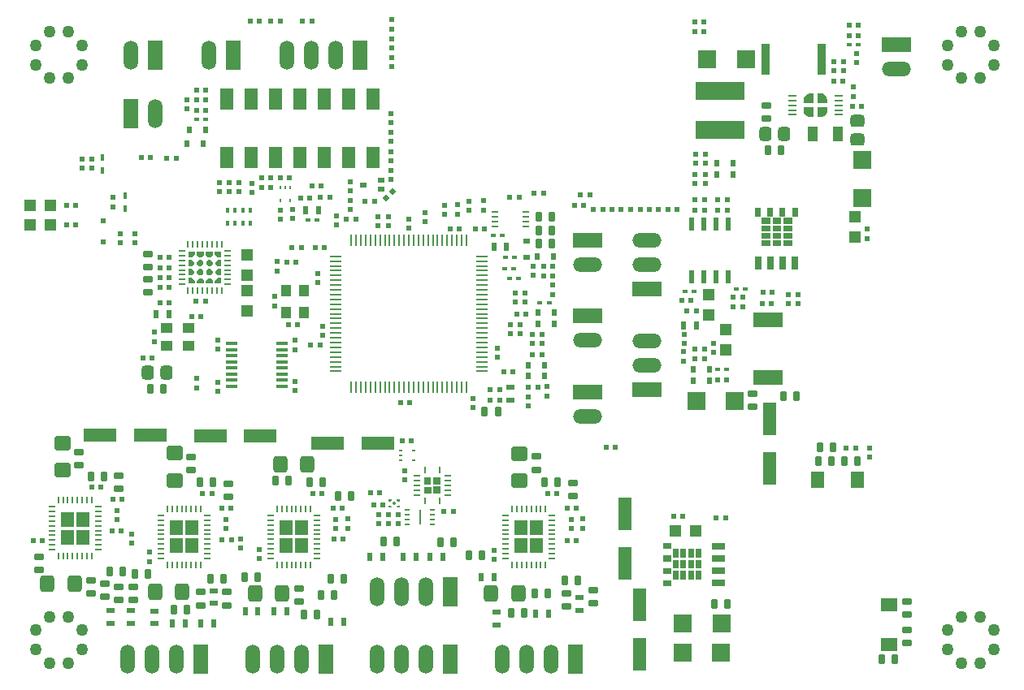
<source format=gtp>
G04*
G04 #@! TF.GenerationSoftware,Altium Limited,Altium Designer,21.0.8 (223)*
G04*
G04 Layer_Color=8421504*
%FSLAX25Y25*%
%MOIN*%
G70*
G04*
G04 #@! TF.SameCoordinates,1F3E44D4-B105-4FFE-95C9-EE80C68A8909*
G04*
G04*
G04 #@! TF.FilePolarity,Positive*
G04*
G01*
G75*
%ADD43O,0.11900X0.05900*%
%ADD44R,0.11900X0.05900*%
%ADD45R,0.05900X0.11900*%
%ADD46O,0.05900X0.11900*%
%ADD47R,0.05276X0.06181*%
%ADD48R,0.01965X0.01769*%
G04:AMPARAMS|DCode=49|XSize=27.13mil|YSize=37.37mil|CornerRadius=4.83mil|HoleSize=0mil|Usage=FLASHONLY|Rotation=0.000|XOffset=0mil|YOffset=0mil|HoleType=Round|Shape=RoundedRectangle|*
%AMROUNDEDRECTD49*
21,1,0.02713,0.02772,0,0,0.0*
21,1,0.01748,0.03737,0,0,0.0*
1,1,0.00965,0.00874,-0.01386*
1,1,0.00965,-0.00874,-0.01386*
1,1,0.00965,-0.00874,0.01386*
1,1,0.00965,0.00874,0.01386*
%
%ADD49ROUNDEDRECTD49*%
%ADD50R,0.02438X0.03265*%
G04:AMPARAMS|DCode=51|XSize=20mil|YSize=22mil|CornerRadius=3.4mil|HoleSize=0mil|Usage=FLASHONLY|Rotation=180.000|XOffset=0mil|YOffset=0mil|HoleType=Round|Shape=RoundedRectangle|*
%AMROUNDEDRECTD51*
21,1,0.02000,0.01520,0,0,180.0*
21,1,0.01320,0.02200,0,0,180.0*
1,1,0.00680,-0.00660,0.00760*
1,1,0.00680,0.00660,0.00760*
1,1,0.00680,0.00660,-0.00760*
1,1,0.00680,-0.00660,-0.00760*
%
%ADD51ROUNDEDRECTD51*%
G04:AMPARAMS|DCode=52|XSize=20mil|YSize=22mil|CornerRadius=3.4mil|HoleSize=0mil|Usage=FLASHONLY|Rotation=270.000|XOffset=0mil|YOffset=0mil|HoleType=Round|Shape=RoundedRectangle|*
%AMROUNDEDRECTD52*
21,1,0.02000,0.01520,0,0,270.0*
21,1,0.01320,0.02200,0,0,270.0*
1,1,0.00680,-0.00760,-0.00660*
1,1,0.00680,-0.00760,0.00660*
1,1,0.00680,0.00760,0.00660*
1,1,0.00680,0.00760,-0.00660*
%
%ADD52ROUNDEDRECTD52*%
%ADD53R,0.02600X0.05400*%
%ADD54R,0.05400X0.02600*%
G04:AMPARAMS|DCode=55|XSize=20mil|YSize=22mil|CornerRadius=3.4mil|HoleSize=0mil|Usage=FLASHONLY|Rotation=225.000|XOffset=0mil|YOffset=0mil|HoleType=Round|Shape=RoundedRectangle|*
%AMROUNDEDRECTD55*
21,1,0.02000,0.01520,0,0,225.0*
21,1,0.01320,0.02200,0,0,225.0*
1,1,0.00680,-0.01004,0.00071*
1,1,0.00680,-0.00071,0.01004*
1,1,0.00680,0.01004,-0.00071*
1,1,0.00680,0.00071,-0.01004*
%
%ADD55ROUNDEDRECTD55*%
%ADD56R,0.05706X0.08973*%
%ADD57R,0.02950X0.00965*%
%ADD58R,0.19879X0.07615*%
%ADD59R,0.07700X0.07700*%
G04:AMPARAMS|DCode=60|XSize=50mil|YSize=58mil|CornerRadius=12mil|HoleSize=0mil|Usage=FLASHONLY|Rotation=270.000|XOffset=0mil|YOffset=0mil|HoleType=Round|Shape=RoundedRectangle|*
%AMROUNDEDRECTD60*
21,1,0.05000,0.03400,0,0,270.0*
21,1,0.02600,0.05800,0,0,270.0*
1,1,0.02400,-0.01700,-0.01300*
1,1,0.02400,-0.01700,0.01300*
1,1,0.02400,0.01700,0.01300*
1,1,0.02400,0.01700,-0.01300*
%
%ADD60ROUNDEDRECTD60*%
%ADD61R,0.04131X0.06493*%
%ADD62R,0.05233X0.06887*%
%ADD63R,0.01800X0.02600*%
%ADD64R,0.04800X0.01300*%
%ADD65R,0.12400X0.06100*%
G04:AMPARAMS|DCode=66|XSize=50mil|YSize=58mil|CornerRadius=12mil|HoleSize=0mil|Usage=FLASHONLY|Rotation=180.000|XOffset=0mil|YOffset=0mil|HoleType=Round|Shape=RoundedRectangle|*
%AMROUNDEDRECTD66*
21,1,0.05000,0.03400,0,0,180.0*
21,1,0.02600,0.05800,0,0,180.0*
1,1,0.02400,-0.01300,0.01700*
1,1,0.02400,0.01300,0.01700*
1,1,0.02400,0.01300,-0.01700*
1,1,0.02400,-0.01300,-0.01700*
%
%ADD66ROUNDEDRECTD66*%
%ADD67R,0.05000X0.04000*%
%ADD68R,0.01800X0.02400*%
G04:AMPARAMS|DCode=69|XSize=27.13mil|YSize=37.37mil|CornerRadius=4.83mil|HoleSize=0mil|Usage=FLASHONLY|Rotation=90.000|XOffset=0mil|YOffset=0mil|HoleType=Round|Shape=RoundedRectangle|*
%AMROUNDEDRECTD69*
21,1,0.02713,0.02772,0,0,90.0*
21,1,0.01748,0.03737,0,0,90.0*
1,1,0.00965,0.01386,0.00874*
1,1,0.00965,0.01386,-0.00874*
1,1,0.00965,-0.01386,-0.00874*
1,1,0.00965,-0.01386,0.00874*
%
%ADD69ROUNDEDRECTD69*%
%ADD70O,0.00784X0.04918*%
%ADD71O,0.04918X0.00784*%
%ADD72R,0.02200X0.02200*%
%ADD73R,0.03343X0.12792*%
%ADD74C,0.05000*%
G04:AMPARAMS|DCode=75|XSize=61mil|YSize=69mil|CornerRadius=14.75mil|HoleSize=0mil|Usage=FLASHONLY|Rotation=90.000|XOffset=0mil|YOffset=0mil|HoleType=Round|Shape=RoundedRectangle|*
%AMROUNDEDRECTD75*
21,1,0.06100,0.03950,0,0,90.0*
21,1,0.03150,0.06900,0,0,90.0*
1,1,0.02950,0.01975,0.01575*
1,1,0.02950,0.01975,-0.01575*
1,1,0.02950,-0.01975,-0.01575*
1,1,0.02950,-0.01975,0.01575*
%
%ADD75ROUNDEDRECTD75*%
%ADD76R,0.13186X0.05312*%
%ADD77R,0.02200X0.05800*%
%ADD78R,0.04600X0.04600*%
%ADD79O,0.00784X0.03147*%
%ADD80O,0.03147X0.00784*%
G04:AMPARAMS|DCode=81|XSize=9.02mil|YSize=29.5mil|CornerRadius=3.41mil|HoleSize=0mil|Usage=FLASHONLY|Rotation=180.000|XOffset=0mil|YOffset=0mil|HoleType=Round|Shape=RoundedRectangle|*
%AMROUNDEDRECTD81*
21,1,0.00902,0.02268,0,0,180.0*
21,1,0.00221,0.02950,0,0,180.0*
1,1,0.00682,-0.00110,0.01134*
1,1,0.00682,0.00110,0.01134*
1,1,0.00682,0.00110,-0.01134*
1,1,0.00682,-0.00110,-0.01134*
%
%ADD81ROUNDEDRECTD81*%
G04:AMPARAMS|DCode=82|XSize=9.02mil|YSize=29.5mil|CornerRadius=3.41mil|HoleSize=0mil|Usage=FLASHONLY|Rotation=270.000|XOffset=0mil|YOffset=0mil|HoleType=Round|Shape=RoundedRectangle|*
%AMROUNDEDRECTD82*
21,1,0.00902,0.02268,0,0,270.0*
21,1,0.00221,0.02950,0,0,270.0*
1,1,0.00682,-0.01134,-0.00110*
1,1,0.00682,-0.01134,0.00110*
1,1,0.00682,0.01134,0.00110*
1,1,0.00682,0.01134,-0.00110*
%
%ADD82ROUNDEDRECTD82*%
%ADD83R,0.02162X0.02950*%
%ADD84R,0.03816X0.00965*%
%ADD85R,0.02950X0.01965*%
%ADD86R,0.01965X0.00784*%
%ADD87R,0.00587X0.06099*%
%ADD88R,0.01572X0.00981*%
%ADD89O,0.00902X0.02950*%
%ADD90O,0.02950X0.00902*%
%ADD91P,0.01849X4X180.0*%
%ADD92R,0.00981X0.01572*%
%ADD93R,0.03265X0.02438*%
%ADD94R,0.05312X0.13186*%
G04:AMPARAMS|DCode=95|XSize=61mil|YSize=69mil|CornerRadius=14.75mil|HoleSize=0mil|Usage=FLASHONLY|Rotation=180.000|XOffset=0mil|YOffset=0mil|HoleType=Round|Shape=RoundedRectangle|*
%AMROUNDEDRECTD95*
21,1,0.06100,0.03950,0,0,180.0*
21,1,0.03150,0.06900,0,0,180.0*
1,1,0.02950,-0.01575,0.01975*
1,1,0.02950,0.01575,0.01975*
1,1,0.02950,0.01575,-0.01975*
1,1,0.02950,-0.01575,-0.01975*
%
%ADD95ROUNDEDRECTD95*%
%ADD96R,0.04600X0.04600*%
%ADD97R,0.02950X0.02162*%
%ADD98R,0.07700X0.07700*%
%ADD99R,0.04000X0.05000*%
%ADD100R,0.06887X0.05233*%
G36*
X332331Y244039D02*
X332583D01*
X333077Y243940D01*
X333543Y243747D01*
X333962Y243467D01*
X334318Y243111D01*
X334598Y242692D01*
X334791Y242226D01*
X334890Y241732D01*
Y241479D01*
X334890Y240023D01*
X330874Y240023D01*
X330874Y244039D01*
X332331Y244039D01*
D02*
G37*
G36*
X329339Y239983D02*
X325323Y239983D01*
X325323Y241440D01*
Y241692D01*
X325421Y242187D01*
X325614Y242652D01*
X325894Y243071D01*
X326251Y243428D01*
X326670Y243708D01*
X327135Y243901D01*
X327630Y243999D01*
X327882D01*
X329339Y243999D01*
X329339Y239983D01*
D02*
G37*
G36*
X334929Y237031D02*
Y236779D01*
X334831Y236284D01*
X334638Y235819D01*
X334358Y235399D01*
X334001Y235043D01*
X333582Y234763D01*
X333117Y234570D01*
X332622Y234472D01*
X332370D01*
X330913Y234472D01*
X330913Y238487D01*
X334929Y238487D01*
X334929Y237031D01*
D02*
G37*
G36*
X329378Y238448D02*
X329378Y234432D01*
X327921Y234432D01*
X327669D01*
X327175Y234531D01*
X326709Y234723D01*
X326290Y235004D01*
X325934Y235360D01*
X325654Y235779D01*
X325461Y236245D01*
X325362Y236739D01*
Y236991D01*
X325362Y238448D01*
X329378Y238448D01*
D02*
G37*
G36*
X322932Y193536D02*
X320570D01*
Y197080D01*
X322932D01*
Y193536D01*
D02*
G37*
G36*
X317814D02*
X315452D01*
Y197080D01*
X317814D01*
Y193536D01*
D02*
G37*
G36*
X312794D02*
X310432D01*
Y197080D01*
X312794D01*
Y193536D01*
D02*
G37*
G36*
X307676D02*
X305314D01*
Y197080D01*
X307676D01*
Y193536D01*
D02*
G37*
G36*
X320570Y190584D02*
X317027D01*
Y192946D01*
X320570D01*
Y190584D01*
D02*
G37*
G36*
X316042D02*
X312499D01*
Y192946D01*
X316042D01*
Y190584D01*
D02*
G37*
G36*
X311515D02*
X307972D01*
Y192946D01*
X311515D01*
Y190584D01*
D02*
G37*
G36*
X320570Y187532D02*
X317027D01*
Y189894D01*
X320570D01*
Y187532D01*
D02*
G37*
G36*
X316042D02*
X312499D01*
Y189894D01*
X316042D01*
Y187532D01*
D02*
G37*
G36*
X311515D02*
X307972D01*
Y189894D01*
X311515D01*
Y187532D01*
D02*
G37*
G36*
X320570Y184383D02*
X317027D01*
Y186745D01*
X320570D01*
Y184383D01*
D02*
G37*
G36*
X316042D02*
X312499D01*
Y186745D01*
X316042D01*
Y184383D01*
D02*
G37*
G36*
X311515D02*
X307972D01*
Y186745D01*
X311515D01*
Y184383D01*
D02*
G37*
G36*
X320570Y181332D02*
X317027D01*
Y183694D01*
X320570D01*
Y181332D01*
D02*
G37*
G36*
X316042D02*
X312499D01*
Y183694D01*
X316042D01*
Y181332D01*
D02*
G37*
G36*
X311515D02*
X307972D01*
Y183694D01*
X311515D01*
Y181332D01*
D02*
G37*
G36*
X82906Y177884D02*
X81915Y176909D01*
X81098D01*
X80150Y177842D01*
Y179172D01*
X82906D01*
Y177884D01*
D02*
G37*
G36*
X79165D02*
X78175Y176909D01*
X77358D01*
X76410Y177842D01*
Y179172D01*
X79165D01*
Y177884D01*
D02*
G37*
G36*
X86252Y176712D02*
X85071D01*
X83791Y177991D01*
Y179172D01*
X86252D01*
Y176712D01*
D02*
G37*
G36*
X75524Y177991D02*
X74244Y176712D01*
X73063D01*
Y179172D01*
X75524D01*
Y177991D01*
D02*
G37*
G36*
X79067Y174940D02*
Y173956D01*
X78280Y173169D01*
X77295D01*
X76410Y174054D01*
Y174842D01*
X77394Y175826D01*
X78181D01*
X79067Y174940D01*
D02*
G37*
G36*
X86252Y173070D02*
X84963D01*
X83988Y174061D01*
Y174878D01*
X84921Y175826D01*
X86252D01*
Y173070D01*
D02*
G37*
G36*
X82906Y174842D02*
Y174054D01*
X81921Y173070D01*
X81134D01*
X80248Y173956D01*
Y174940D01*
X81035Y175728D01*
X82020D01*
X82906Y174842D01*
D02*
G37*
G36*
X75327Y174842D02*
Y173956D01*
X74441Y173070D01*
X73063D01*
Y175826D01*
X74343D01*
X75327Y174842D01*
D02*
G37*
G36*
X79067Y171200D02*
Y170216D01*
X78280Y169428D01*
X77295D01*
X76410Y170314D01*
Y171102D01*
X77394Y172086D01*
X78181D01*
X79067Y171200D01*
D02*
G37*
G36*
X86252Y169330D02*
X84972D01*
X83988Y170314D01*
Y171200D01*
X84874Y172086D01*
X86252D01*
Y169330D01*
D02*
G37*
G36*
X82906Y171102D02*
Y170314D01*
X81921Y169330D01*
X81134D01*
X80248Y170216D01*
Y171200D01*
X81035Y171987D01*
X82020D01*
X82906Y171102D01*
D02*
G37*
G36*
X75327Y171095D02*
Y170278D01*
X74394Y169330D01*
X73063D01*
Y172086D01*
X74352D01*
X75327Y171095D01*
D02*
G37*
G36*
X86252Y165983D02*
X83791D01*
Y167165D01*
X85071Y168444D01*
X86252D01*
Y165983D01*
D02*
G37*
G36*
X82906Y167314D02*
Y165983D01*
X80150D01*
Y167272D01*
X81140Y168247D01*
X81958D01*
X82906Y167314D01*
D02*
G37*
G36*
X79165D02*
Y165983D01*
X76410D01*
Y167272D01*
X77400Y168247D01*
X78217D01*
X79165Y167314D01*
D02*
G37*
G36*
X75524Y167165D02*
Y165983D01*
X73063D01*
Y168444D01*
X74244D01*
X75524Y167165D01*
D02*
G37*
G36*
X176240Y83543D02*
X173366D01*
Y86378D01*
X176240D01*
Y83543D01*
D02*
G37*
G36*
X172461Y83504D02*
X169626D01*
Y86378D01*
X172461D01*
Y83504D01*
D02*
G37*
G36*
X176240Y79764D02*
X173406D01*
Y82638D01*
X176240D01*
Y79764D01*
D02*
G37*
G36*
X172500D02*
X169626D01*
Y82598D01*
X172500D01*
Y79764D01*
D02*
G37*
G36*
X159624Y76576D02*
X158701Y76576D01*
X158210Y77067D01*
X158210Y77400D01*
X159624D01*
Y76576D01*
D02*
G37*
G36*
X156357Y77067D02*
X155866Y76576D01*
X154943Y76576D01*
Y77400D01*
X156357D01*
X156357Y77067D01*
D02*
G37*
G36*
X159624Y73978D02*
X158210D01*
X158210Y74311D01*
X158701Y74801D01*
X159624Y74802D01*
Y73978D01*
D02*
G37*
G36*
X155866Y74801D02*
X156357Y74311D01*
X156357Y73978D01*
X154943D01*
Y74802D01*
X155866Y74801D01*
D02*
G37*
G36*
X271058Y57045D02*
X267514D01*
Y59407D01*
X271058D01*
Y57045D01*
D02*
G37*
G36*
X283262Y53501D02*
X280900D01*
Y57045D01*
X283262D01*
Y53501D01*
D02*
G37*
G36*
X280211D02*
X277849D01*
Y57045D01*
X280211D01*
Y53501D01*
D02*
G37*
G36*
X277061D02*
X274699D01*
Y57045D01*
X277061D01*
Y53501D01*
D02*
G37*
G36*
X274010D02*
X271648D01*
Y57045D01*
X274010D01*
Y53501D01*
D02*
G37*
G36*
X271058Y51927D02*
X267514D01*
Y54289D01*
X271058D01*
Y51927D01*
D02*
G37*
G36*
X283262Y48974D02*
X280900D01*
Y52517D01*
X283262D01*
Y48974D01*
D02*
G37*
G36*
X280211D02*
X277849D01*
Y52517D01*
X280211D01*
Y48974D01*
D02*
G37*
G36*
X277061D02*
X274699D01*
Y52517D01*
X277061D01*
Y48974D01*
D02*
G37*
G36*
X274010D02*
X271648D01*
Y52517D01*
X274010D01*
Y48974D01*
D02*
G37*
G36*
X271058Y46907D02*
X267514D01*
Y49269D01*
X271058D01*
Y46907D01*
D02*
G37*
G36*
X283262Y44446D02*
X280900D01*
Y47990D01*
X283262D01*
Y44446D01*
D02*
G37*
G36*
X280211D02*
X277849D01*
Y47990D01*
X280211D01*
Y44446D01*
D02*
G37*
G36*
X277061D02*
X274699D01*
Y47990D01*
X277061D01*
Y44446D01*
D02*
G37*
G36*
X274010D02*
X271648D01*
Y47990D01*
X274010D01*
Y44446D01*
D02*
G37*
G36*
X271058Y41789D02*
X267514D01*
Y44151D01*
X271058D01*
Y41789D01*
D02*
G37*
G54D43*
X260958Y142278D02*
D03*
Y132278D02*
D03*
X236697Y173743D02*
D03*
Y142641D02*
D03*
Y111539D02*
D03*
X363158Y254178D02*
D03*
X261057Y173678D02*
D03*
Y183678D02*
D03*
G54D44*
X260958Y122278D02*
D03*
X236697Y183743D02*
D03*
Y152641D02*
D03*
Y121539D02*
D03*
X363158Y264178D02*
D03*
X261057Y163678D02*
D03*
G54D45*
X91483Y259803D02*
D03*
X143278Y259846D02*
D03*
X78083Y11803D02*
D03*
X129264D02*
D03*
X180445Y39362D02*
D03*
Y11803D02*
D03*
X231665Y11842D02*
D03*
X49383Y235703D02*
D03*
X59383Y259803D02*
D03*
G54D46*
X81483D02*
D03*
X113278Y259846D02*
D03*
X123278D02*
D03*
X133278D02*
D03*
X68083Y11803D02*
D03*
X58083D02*
D03*
X48083D02*
D03*
X119264D02*
D03*
X109264D02*
D03*
X99264D02*
D03*
X170445Y39362D02*
D03*
X160445D02*
D03*
X150445D02*
D03*
X170445Y11803D02*
D03*
X160445D02*
D03*
X150445D02*
D03*
X221665Y11842D02*
D03*
X211665D02*
D03*
X201665D02*
D03*
X59383Y235703D02*
D03*
X49383Y259803D02*
D03*
G54D47*
X209325Y58300D02*
D03*
X215787Y65668D02*
D03*
X209329Y65665D02*
D03*
X215786Y58299D02*
D03*
X29648Y61899D02*
D03*
X23191Y69265D02*
D03*
X29649Y69268D02*
D03*
X23187Y61900D02*
D03*
X74386Y58299D02*
D03*
X67929Y65665D02*
D03*
X74387Y65668D02*
D03*
X67925Y58300D02*
D03*
X119386Y58299D02*
D03*
X112929Y65665D02*
D03*
X119387Y65668D02*
D03*
X112925Y58300D02*
D03*
G54D48*
X197832Y185681D02*
D03*
X201572D02*
D03*
X202661Y172129D02*
D03*
X206432D02*
D03*
X202888Y176794D02*
D03*
X206658D02*
D03*
X293727Y130678D02*
D03*
X289957D02*
D03*
X220846Y158071D02*
D03*
X217076D02*
D03*
X204512Y168192D02*
D03*
X208282D02*
D03*
X80053Y233403D02*
D03*
X76313D02*
D03*
X121987Y192032D02*
D03*
X125728D02*
D03*
X297713Y163903D02*
D03*
X301483D02*
D03*
X280353Y162803D02*
D03*
X276613D02*
D03*
X347697Y264213D02*
D03*
X343957D02*
D03*
G54D49*
X221895Y182278D02*
D03*
X216541D02*
D03*
X222008Y193504D02*
D03*
X216653D02*
D03*
X221895Y187828D02*
D03*
X216541D02*
D03*
X57430Y122678D02*
D03*
X62785D02*
D03*
X288580Y34378D02*
D03*
X293935D02*
D03*
X214880Y38878D02*
D03*
X220235D02*
D03*
X193335Y54278D02*
D03*
X187980D02*
D03*
X210635Y30678D02*
D03*
X205280D02*
D03*
X224235Y84478D02*
D03*
X218880D02*
D03*
X227280Y44078D02*
D03*
X232635D02*
D03*
X96080Y45478D02*
D03*
X101435D02*
D03*
X127180Y38178D02*
D03*
X132535D02*
D03*
X108780Y85078D02*
D03*
X114135D02*
D03*
X158287Y60138D02*
D03*
X152933D02*
D03*
X181635Y59678D02*
D03*
X176280D02*
D03*
X134180Y78678D02*
D03*
X139535D02*
D03*
X122580Y84378D02*
D03*
X127935D02*
D03*
X136635Y44778D02*
D03*
X131280D02*
D03*
X77680Y84378D02*
D03*
X83035D02*
D03*
X87435Y44678D02*
D03*
X82080D02*
D03*
X72435Y31978D02*
D03*
X67080D02*
D03*
X56360Y46903D02*
D03*
X51006D02*
D03*
X120280Y30178D02*
D03*
X125635D02*
D03*
X332131Y98928D02*
D03*
X337485D02*
D03*
X331380Y93178D02*
D03*
X336735D02*
D03*
X342080D02*
D03*
X347435D02*
D03*
X316135Y220678D02*
D03*
X310780D02*
D03*
X322435Y119678D02*
D03*
X317080D02*
D03*
X33080Y86878D02*
D03*
X38435D02*
D03*
X46035Y47878D02*
D03*
X40680D02*
D03*
X199823Y113386D02*
D03*
X194468D02*
D03*
X362735Y11778D02*
D03*
X357380D02*
D03*
G54D50*
X203445Y181220D02*
D03*
X198209D02*
D03*
X64976Y153478D02*
D03*
X59739D02*
D03*
X275925Y148819D02*
D03*
X281161D02*
D03*
X215439Y30278D02*
D03*
X220676D02*
D03*
X171939Y53778D02*
D03*
X177176D02*
D03*
X161039D02*
D03*
X166276D02*
D03*
X147339D02*
D03*
X152576D02*
D03*
X126276Y196032D02*
D03*
X121039D02*
D03*
X113201Y31403D02*
D03*
X107965D02*
D03*
X198376Y45578D02*
D03*
X193139D02*
D03*
X66465Y26603D02*
D03*
X71701D02*
D03*
X78065Y26503D02*
D03*
X83301D02*
D03*
X96165Y31403D02*
D03*
X101401D02*
D03*
X131465Y27003D02*
D03*
X136701D02*
D03*
G54D51*
X208508Y201279D02*
D03*
X204718D02*
D03*
X214724Y203189D02*
D03*
X218514D02*
D03*
X103013Y209303D02*
D03*
X106753D02*
D03*
X177756Y72342D02*
D03*
X181496D02*
D03*
X160630Y101378D02*
D03*
X164370D02*
D03*
X149016Y75197D02*
D03*
X152756D02*
D03*
X98364Y273828D02*
D03*
X102104D02*
D03*
X53588Y217928D02*
D03*
X57328D02*
D03*
X45428Y64578D02*
D03*
X41688D02*
D03*
X9206Y60302D02*
D03*
X12946D02*
D03*
X36928Y82278D02*
D03*
X33187D02*
D03*
X41987Y77378D02*
D03*
X45728D02*
D03*
X312106Y157677D02*
D03*
X308366D02*
D03*
X232028Y60578D02*
D03*
X228288D02*
D03*
X65027Y158078D02*
D03*
X61287D02*
D03*
X223927Y79778D02*
D03*
X220187D02*
D03*
X136427Y60978D02*
D03*
X132687D02*
D03*
X90527Y60778D02*
D03*
X86787D02*
D03*
X117620Y149098D02*
D03*
X113880D02*
D03*
X127628Y79678D02*
D03*
X123888D02*
D03*
X82528D02*
D03*
X78787D02*
D03*
X341328Y249178D02*
D03*
X337587D02*
D03*
X258169Y196378D02*
D03*
X254429D02*
D03*
X228187Y73878D02*
D03*
X231927D02*
D03*
X132387D02*
D03*
X136127D02*
D03*
X86725Y73778D02*
D03*
X90465D02*
D03*
X244187Y98778D02*
D03*
X247927D02*
D03*
X65027Y176878D02*
D03*
X61287D02*
D03*
X65027Y164478D02*
D03*
X61287D02*
D03*
X79893Y158757D02*
D03*
X76153D02*
D03*
X74287Y152278D02*
D03*
X78027D02*
D03*
X54287Y135578D02*
D03*
X58027D02*
D03*
X160039Y117126D02*
D03*
X163779D02*
D03*
X207087Y162078D02*
D03*
X210827D02*
D03*
X117058Y174865D02*
D03*
X113268D02*
D03*
X151408Y80118D02*
D03*
X147618D02*
D03*
X106783Y205403D02*
D03*
X102993D02*
D03*
X26683Y198078D02*
D03*
X22893D02*
D03*
X67883Y217503D02*
D03*
X64093D02*
D03*
X347758Y267923D02*
D03*
X343968D02*
D03*
X76283Y245503D02*
D03*
X80072D02*
D03*
X76283Y241403D02*
D03*
X80072D02*
D03*
X80083Y237203D02*
D03*
X76293D02*
D03*
X284411Y273321D02*
D03*
X280621D02*
D03*
X284411Y269321D02*
D03*
X280621D02*
D03*
X293158Y69678D02*
D03*
X289368D02*
D03*
X271858Y70278D02*
D03*
X275647D02*
D03*
X26658Y189978D02*
D03*
X22868D02*
D03*
X348957Y238678D02*
D03*
X345168D02*
D03*
X65057Y172578D02*
D03*
X61268D02*
D03*
X65057Y168478D02*
D03*
X61268D02*
D03*
X180285Y188484D02*
D03*
X184075D02*
D03*
X114483Y209303D02*
D03*
X110693D02*
D03*
X127294Y206004D02*
D03*
X123504D02*
D03*
X118957Y201178D02*
D03*
X122747D02*
D03*
X130837Y201339D02*
D03*
X127047D02*
D03*
X343927Y272047D02*
D03*
X347717D02*
D03*
X300257Y156478D02*
D03*
X296468D02*
D03*
X312457Y162278D02*
D03*
X308668D02*
D03*
X300257Y160378D02*
D03*
X296468D02*
D03*
X284583Y196003D02*
D03*
X280793D02*
D03*
X293883D02*
D03*
X290093D02*
D03*
X280783Y200303D02*
D03*
X284573D02*
D03*
X290083D02*
D03*
X293872D02*
D03*
X281183Y154903D02*
D03*
X277393D02*
D03*
X289957Y126378D02*
D03*
X293747D02*
D03*
X280757Y135178D02*
D03*
X284547D02*
D03*
X284558Y139178D02*
D03*
X280768D02*
D03*
X110522Y273819D02*
D03*
X106732D02*
D03*
X123593D02*
D03*
X119803D02*
D03*
X128647Y180878D02*
D03*
X124857D02*
D03*
X119247D02*
D03*
X115457D02*
D03*
X137765Y192520D02*
D03*
X141555D02*
D03*
X235128Y198110D02*
D03*
X231339D02*
D03*
X217858Y136878D02*
D03*
X214068D02*
D03*
X218558Y172945D02*
D03*
X222347D02*
D03*
X200531Y118199D02*
D03*
X196741D02*
D03*
X208857Y145328D02*
D03*
X205068D02*
D03*
X190574Y188508D02*
D03*
X194364D02*
D03*
X206058Y129728D02*
D03*
X202268D02*
D03*
X208857Y149228D02*
D03*
X205068D02*
D03*
X216158Y123578D02*
D03*
X212368D02*
D03*
X207057Y158278D02*
D03*
X210847D02*
D03*
X218558Y169060D02*
D03*
X222347D02*
D03*
X196757Y122378D02*
D03*
X200547D02*
D03*
X211357Y153278D02*
D03*
X207568D02*
D03*
X275265Y159038D02*
D03*
X279055D02*
D03*
X269557Y196378D02*
D03*
X273346D02*
D03*
X262010D02*
D03*
X265800D02*
D03*
X246683D02*
D03*
X250472D02*
D03*
X237609Y202284D02*
D03*
X233819D02*
D03*
X242834Y196299D02*
D03*
X239044D02*
D03*
X126821Y140630D02*
D03*
X123031D02*
D03*
X149242Y199902D02*
D03*
X145453D02*
D03*
X342783Y98503D02*
D03*
X346572D02*
D03*
G54D52*
X194118Y199964D02*
D03*
Y196175D02*
D03*
X93683Y207573D02*
D03*
Y203833D02*
D03*
X89583Y207573D02*
D03*
Y203833D02*
D03*
X159153Y67421D02*
D03*
Y71161D02*
D03*
X155118Y67421D02*
D03*
Y71161D02*
D03*
X151083Y67421D02*
D03*
Y71161D02*
D03*
X115650Y192776D02*
D03*
Y196516D02*
D03*
X276181Y141280D02*
D03*
Y145020D02*
D03*
X43758Y72848D02*
D03*
Y69108D02*
D03*
X84925Y142818D02*
D03*
Y139078D02*
D03*
X116717Y142660D02*
D03*
Y138920D02*
D03*
X116815Y122143D02*
D03*
Y125883D02*
D03*
X85024Y121854D02*
D03*
Y125594D02*
D03*
X101957Y53008D02*
D03*
Y56748D02*
D03*
X45110Y182708D02*
D03*
Y186448D02*
D03*
X108458Y160648D02*
D03*
Y156908D02*
D03*
X56858Y51908D02*
D03*
Y55648D02*
D03*
X169961Y191319D02*
D03*
Y195059D02*
D03*
X88358Y69148D02*
D03*
Y65408D02*
D03*
X133358Y69248D02*
D03*
Y65508D02*
D03*
X156265Y262846D02*
D03*
Y266586D02*
D03*
X284858Y219198D02*
D03*
Y215458D02*
D03*
X198357Y52808D02*
D03*
Y56548D02*
D03*
X229857Y69248D02*
D03*
Y65508D02*
D03*
X189606Y118780D02*
D03*
Y115040D02*
D03*
X58957Y142208D02*
D03*
Y145948D02*
D03*
X109291Y171201D02*
D03*
Y174941D02*
D03*
X126060Y170139D02*
D03*
Y166399D02*
D03*
X199657Y135735D02*
D03*
Y139475D02*
D03*
X29357Y217248D02*
D03*
Y213508D02*
D03*
X352383Y98403D02*
D03*
Y94613D02*
D03*
X99083Y207103D02*
D03*
Y203313D02*
D03*
X85583Y207603D02*
D03*
Y203813D02*
D03*
X51110Y182679D02*
D03*
Y186469D02*
D03*
X72183Y237703D02*
D03*
Y241493D02*
D03*
X347087Y260561D02*
D03*
Y256772D02*
D03*
X163268Y192569D02*
D03*
Y188779D02*
D03*
X76183Y123203D02*
D03*
Y126993D02*
D03*
X351383Y188303D02*
D03*
Y184513D02*
D03*
X41955Y201389D02*
D03*
Y197599D02*
D03*
X33457Y213478D02*
D03*
Y217268D02*
D03*
X280857Y215428D02*
D03*
Y219218D02*
D03*
X150787Y189635D02*
D03*
Y193425D02*
D03*
X280808Y206978D02*
D03*
Y210768D02*
D03*
X284908D02*
D03*
Y206978D02*
D03*
X341757Y253378D02*
D03*
Y257168D02*
D03*
X337757Y257178D02*
D03*
Y253388D02*
D03*
X110728Y196191D02*
D03*
Y192402D02*
D03*
X234658Y69278D02*
D03*
Y65488D02*
D03*
X49558Y63178D02*
D03*
Y59388D02*
D03*
X345557Y246678D02*
D03*
Y242888D02*
D03*
X138157Y69278D02*
D03*
Y65488D02*
D03*
X94458Y61178D02*
D03*
Y57388D02*
D03*
X177957Y198178D02*
D03*
Y194388D02*
D03*
X183403Y198278D02*
D03*
Y194488D02*
D03*
X188119Y199932D02*
D03*
Y196142D02*
D03*
X154823Y189635D02*
D03*
Y193425D02*
D03*
X318983Y157803D02*
D03*
Y161593D02*
D03*
X323083Y157803D02*
D03*
Y161593D02*
D03*
X288357Y137678D02*
D03*
Y141468D02*
D03*
X156024Y216328D02*
D03*
Y220118D02*
D03*
Y235916D02*
D03*
Y232126D02*
D03*
X156102Y228239D02*
D03*
Y224449D02*
D03*
X139409Y200128D02*
D03*
Y196339D02*
D03*
Y207805D02*
D03*
Y204016D02*
D03*
X133543Y193790D02*
D03*
Y190000D02*
D03*
X156260Y258869D02*
D03*
Y255079D02*
D03*
X156181Y270580D02*
D03*
Y274370D02*
D03*
X218057Y145178D02*
D03*
Y141388D02*
D03*
X213958Y145178D02*
D03*
Y141388D02*
D03*
X212357Y115778D02*
D03*
Y119568D02*
D03*
X214357Y169378D02*
D03*
Y173168D02*
D03*
X275925Y134163D02*
D03*
Y137953D02*
D03*
X222220Y161525D02*
D03*
Y165315D02*
D03*
X219921Y123632D02*
D03*
Y119843D02*
D03*
X127855Y144714D02*
D03*
Y148504D02*
D03*
X156004Y208631D02*
D03*
Y212421D02*
D03*
X161713Y85403D02*
D03*
Y89193D02*
D03*
G54D53*
X306771Y174314D02*
D03*
X311771D02*
D03*
X316771D02*
D03*
X321771D02*
D03*
G54D54*
X290280Y43246D02*
D03*
Y48246D02*
D03*
Y53246D02*
D03*
Y58246D02*
D03*
G54D55*
X154070Y201117D02*
D03*
X156750Y203797D02*
D03*
G54D56*
X88583Y217854D02*
D03*
Y241752D02*
D03*
X98583Y217854D02*
D03*
Y241752D02*
D03*
X108583Y217854D02*
D03*
Y241752D02*
D03*
X118583Y217854D02*
D03*
Y241752D02*
D03*
X128583Y217854D02*
D03*
Y241752D02*
D03*
X138583Y217854D02*
D03*
Y241752D02*
D03*
X148583Y217854D02*
D03*
Y241752D02*
D03*
G54D57*
X198804Y195484D02*
D03*
Y193516D02*
D03*
Y191547D02*
D03*
Y189579D02*
D03*
X211403Y195484D02*
D03*
Y193516D02*
D03*
Y191547D02*
D03*
Y189579D02*
D03*
G54D58*
X290858Y244952D02*
D03*
Y229204D02*
D03*
G54D59*
X285784Y258078D02*
D03*
X301557D02*
D03*
X296932Y117878D02*
D03*
X281157D02*
D03*
X275729Y26346D02*
D03*
X291503D02*
D03*
X291413Y14361D02*
D03*
X275639D02*
D03*
G54D60*
X347158Y232718D02*
D03*
Y225178D02*
D03*
G54D61*
X328941Y227478D02*
D03*
X339374D02*
D03*
G54D62*
X331147Y85378D02*
D03*
X347368D02*
D03*
G54D63*
X37657Y212422D02*
D03*
Y217934D02*
D03*
X46975Y202147D02*
D03*
Y196635D02*
D03*
G54D64*
X111170Y141332D02*
D03*
Y138832D02*
D03*
X90634Y123782D02*
D03*
X111170Y126282D02*
D03*
X90634D02*
D03*
Y131282D02*
D03*
X111170Y123782D02*
D03*
X90634Y128782D02*
D03*
X111170D02*
D03*
X111170Y131282D02*
D03*
X111170Y136332D02*
D03*
X90634Y133832D02*
D03*
Y136332D02*
D03*
Y141332D02*
D03*
X111170Y133832D02*
D03*
X90634Y138832D02*
D03*
G54D65*
X310591Y127386D02*
D03*
Y151097D02*
D03*
G54D66*
X56358Y129578D02*
D03*
X63898D02*
D03*
X309717Y227578D02*
D03*
X317257D02*
D03*
G54D67*
X63930Y140436D02*
D03*
X73058D02*
D03*
Y147778D02*
D03*
X63930D02*
D03*
G54D68*
X98409Y190807D02*
D03*
X95260D02*
D03*
X92085D02*
D03*
X88885D02*
D03*
Y196165D02*
D03*
X92085D02*
D03*
X95260D02*
D03*
X98409D02*
D03*
G54D69*
X56157Y167755D02*
D03*
Y162401D02*
D03*
X44357Y87255D02*
D03*
Y81901D02*
D03*
X215558Y94955D02*
D03*
Y89601D02*
D03*
X227857Y38678D02*
D03*
Y33324D02*
D03*
X239057Y40055D02*
D03*
Y34701D02*
D03*
X230658Y84255D02*
D03*
Y78901D02*
D03*
X118283Y35526D02*
D03*
Y40880D02*
D03*
X77983Y33926D02*
D03*
Y39280D02*
D03*
X73958Y94855D02*
D03*
Y89501D02*
D03*
X88783Y33926D02*
D03*
Y39280D02*
D03*
X89258Y83855D02*
D03*
Y78501D02*
D03*
X304358Y120655D02*
D03*
Y115301D02*
D03*
X309958Y233801D02*
D03*
Y239155D02*
D03*
X32958Y44155D02*
D03*
Y38801D02*
D03*
X11499Y48505D02*
D03*
Y53860D02*
D03*
X38658Y37401D02*
D03*
Y42755D02*
D03*
X27957Y96755D02*
D03*
Y91401D02*
D03*
X44408Y36024D02*
D03*
Y41378D02*
D03*
X50208Y41355D02*
D03*
Y36001D02*
D03*
X56158Y172900D02*
D03*
Y178255D02*
D03*
X367758Y35455D02*
D03*
Y30101D02*
D03*
Y23655D02*
D03*
Y18301D02*
D03*
G54D70*
X186958Y183696D02*
D03*
X184990D02*
D03*
X183021D02*
D03*
X181053D02*
D03*
X179084D02*
D03*
X177116D02*
D03*
X175147D02*
D03*
X173179D02*
D03*
X171210D02*
D03*
X169242D02*
D03*
X167273D02*
D03*
X165305D02*
D03*
X163336D02*
D03*
X161368D02*
D03*
X159399D02*
D03*
X157431D02*
D03*
X155462D02*
D03*
X153494D02*
D03*
X151525D02*
D03*
X149557D02*
D03*
X147588D02*
D03*
X145620D02*
D03*
X143651D02*
D03*
X141683D02*
D03*
X139714D02*
D03*
Y123460D02*
D03*
X141683D02*
D03*
X143651D02*
D03*
X145620D02*
D03*
X147588D02*
D03*
X149557D02*
D03*
X151525D02*
D03*
X153494D02*
D03*
X155462D02*
D03*
X157431D02*
D03*
X159399D02*
D03*
X161368D02*
D03*
X163336D02*
D03*
X165305D02*
D03*
X167273D02*
D03*
X169242D02*
D03*
X171210D02*
D03*
X173179D02*
D03*
X175147D02*
D03*
X177116D02*
D03*
X179084D02*
D03*
X181053D02*
D03*
X183021D02*
D03*
X184990D02*
D03*
X186958D02*
D03*
G54D71*
X133218Y177200D02*
D03*
Y175232D02*
D03*
Y173263D02*
D03*
Y171294D02*
D03*
Y169326D02*
D03*
Y167358D02*
D03*
Y165389D02*
D03*
Y163420D02*
D03*
Y161452D02*
D03*
Y159484D02*
D03*
Y157515D02*
D03*
Y155546D02*
D03*
Y153578D02*
D03*
Y151609D02*
D03*
Y149641D02*
D03*
Y147672D02*
D03*
Y145704D02*
D03*
Y143735D02*
D03*
Y141767D02*
D03*
Y139798D02*
D03*
Y137830D02*
D03*
Y135861D02*
D03*
Y133893D02*
D03*
Y131924D02*
D03*
Y129956D02*
D03*
X193454D02*
D03*
Y131924D02*
D03*
Y133893D02*
D03*
Y135861D02*
D03*
Y137830D02*
D03*
Y139798D02*
D03*
Y141767D02*
D03*
Y143735D02*
D03*
Y145704D02*
D03*
Y147672D02*
D03*
Y149641D02*
D03*
Y151609D02*
D03*
Y153578D02*
D03*
Y155546D02*
D03*
Y157515D02*
D03*
Y159484D02*
D03*
Y161452D02*
D03*
Y163420D02*
D03*
Y165389D02*
D03*
Y167358D02*
D03*
Y169326D02*
D03*
Y171294D02*
D03*
Y173263D02*
D03*
Y175232D02*
D03*
Y177200D02*
D03*
G54D72*
X38075Y183103D02*
D03*
Y191834D02*
D03*
G54D73*
X332772Y258078D02*
D03*
X309543D02*
D03*
G54D74*
X397721Y10239D02*
D03*
X389846D02*
D03*
X384335Y15751D02*
D03*
Y23625D02*
D03*
X389846Y29137D02*
D03*
X397721D02*
D03*
X403232Y23625D02*
D03*
Y15751D02*
D03*
Y255909D02*
D03*
Y263783D02*
D03*
X397721Y269295D02*
D03*
X389846D02*
D03*
X384335Y263783D02*
D03*
Y255909D02*
D03*
X389846Y250397D02*
D03*
X397721D02*
D03*
X29217Y255909D02*
D03*
Y263783D02*
D03*
X23705Y269295D02*
D03*
X15831D02*
D03*
X10319Y263783D02*
D03*
Y255909D02*
D03*
X15831Y250397D02*
D03*
X23705D02*
D03*
X29217Y15751D02*
D03*
Y23625D02*
D03*
X23705Y29137D02*
D03*
X15831D02*
D03*
X10319Y23625D02*
D03*
Y15751D02*
D03*
X15831Y10239D02*
D03*
X23705D02*
D03*
G54D75*
X21158Y100578D02*
D03*
Y89380D02*
D03*
X208683Y96203D02*
D03*
Y85005D02*
D03*
X67158Y85180D02*
D03*
Y96378D02*
D03*
G54D76*
X57194Y103678D02*
D03*
X36721D02*
D03*
X130085Y100478D02*
D03*
X150557D02*
D03*
X81883Y103303D02*
D03*
X102355D02*
D03*
G54D77*
X289458Y190420D02*
D03*
Y168693D02*
D03*
X294458Y190420D02*
D03*
X284458D02*
D03*
X279458D02*
D03*
X294458Y168693D02*
D03*
X284458D02*
D03*
X279458D02*
D03*
G54D78*
X293357Y147078D02*
D03*
Y138744D02*
D03*
X96933Y177661D02*
D03*
Y169327D02*
D03*
X96835Y154826D02*
D03*
Y163160D02*
D03*
X286483Y153269D02*
D03*
Y161603D02*
D03*
X346383Y185069D02*
D03*
Y193403D02*
D03*
G54D79*
X205668Y73499D02*
D03*
X207636D02*
D03*
X209605D02*
D03*
X211573D02*
D03*
X213542D02*
D03*
X215510D02*
D03*
X217479D02*
D03*
X219447D02*
D03*
Y50468D02*
D03*
X217479D02*
D03*
X215510D02*
D03*
X213542D02*
D03*
X211573D02*
D03*
X209605D02*
D03*
X207636D02*
D03*
X205668D02*
D03*
X19530Y54068D02*
D03*
X21498D02*
D03*
X23467D02*
D03*
X25435D02*
D03*
X27404D02*
D03*
X29372D02*
D03*
X31341D02*
D03*
X33310D02*
D03*
Y77099D02*
D03*
X31341D02*
D03*
X29372D02*
D03*
X27404D02*
D03*
X25435D02*
D03*
X23467D02*
D03*
X21498D02*
D03*
X19530D02*
D03*
X64268Y50468D02*
D03*
X66236D02*
D03*
X68205D02*
D03*
X70173D02*
D03*
X72142D02*
D03*
X74110D02*
D03*
X76079D02*
D03*
X78047D02*
D03*
Y73499D02*
D03*
X76079D02*
D03*
X74110D02*
D03*
X72142D02*
D03*
X70173D02*
D03*
X68205D02*
D03*
X66236D02*
D03*
X64268D02*
D03*
X109268Y50468D02*
D03*
X111236D02*
D03*
X113205D02*
D03*
X115173D02*
D03*
X117142D02*
D03*
X119110D02*
D03*
X121079D02*
D03*
X123047D02*
D03*
Y73499D02*
D03*
X121079D02*
D03*
X119110D02*
D03*
X117142D02*
D03*
X115173D02*
D03*
X113205D02*
D03*
X111236D02*
D03*
X109268D02*
D03*
G54D80*
X222125Y70842D02*
D03*
Y68873D02*
D03*
Y66905D02*
D03*
Y64936D02*
D03*
Y62968D02*
D03*
Y60999D02*
D03*
Y59031D02*
D03*
Y57062D02*
D03*
Y55094D02*
D03*
Y53125D02*
D03*
X202990D02*
D03*
Y55094D02*
D03*
Y57062D02*
D03*
Y59031D02*
D03*
Y60999D02*
D03*
Y62968D02*
D03*
Y64936D02*
D03*
Y66905D02*
D03*
Y68873D02*
D03*
Y70842D02*
D03*
X16852Y74442D02*
D03*
Y72473D02*
D03*
Y70505D02*
D03*
Y68536D02*
D03*
Y66568D02*
D03*
Y64599D02*
D03*
Y62631D02*
D03*
Y60662D02*
D03*
Y58694D02*
D03*
Y56725D02*
D03*
X35987D02*
D03*
Y58694D02*
D03*
Y60662D02*
D03*
Y62631D02*
D03*
Y64599D02*
D03*
Y66568D02*
D03*
Y68536D02*
D03*
Y70505D02*
D03*
Y72473D02*
D03*
Y74442D02*
D03*
X61590Y70842D02*
D03*
Y68873D02*
D03*
Y66905D02*
D03*
Y64936D02*
D03*
Y62968D02*
D03*
Y60999D02*
D03*
Y59031D02*
D03*
Y57062D02*
D03*
Y55094D02*
D03*
Y53125D02*
D03*
X80725D02*
D03*
Y55094D02*
D03*
Y57062D02*
D03*
Y59031D02*
D03*
Y60999D02*
D03*
Y62968D02*
D03*
Y64936D02*
D03*
Y66905D02*
D03*
Y68873D02*
D03*
Y70842D02*
D03*
X106590D02*
D03*
Y68873D02*
D03*
Y66905D02*
D03*
Y64936D02*
D03*
Y62968D02*
D03*
Y60999D02*
D03*
Y59031D02*
D03*
Y57062D02*
D03*
Y55094D02*
D03*
Y53125D02*
D03*
X125725D02*
D03*
Y55094D02*
D03*
Y57062D02*
D03*
Y59031D02*
D03*
Y60999D02*
D03*
Y62968D02*
D03*
Y64936D02*
D03*
Y66905D02*
D03*
Y68873D02*
D03*
Y70842D02*
D03*
G54D81*
X72768Y163129D02*
D03*
X74736D02*
D03*
X76705D02*
D03*
X78673D02*
D03*
X80642D02*
D03*
X82610D02*
D03*
X84579D02*
D03*
X86547D02*
D03*
Y182078D02*
D03*
X84579D02*
D03*
X82610D02*
D03*
X80642D02*
D03*
X78673D02*
D03*
X76705D02*
D03*
X74736D02*
D03*
X72768D02*
D03*
G54D82*
X89106Y165688D02*
D03*
Y167657D02*
D03*
Y169625D02*
D03*
Y171594D02*
D03*
Y173562D02*
D03*
Y175531D02*
D03*
Y177499D02*
D03*
Y179468D02*
D03*
X70157D02*
D03*
Y177499D02*
D03*
Y175531D02*
D03*
Y173562D02*
D03*
Y171594D02*
D03*
Y169625D02*
D03*
Y167657D02*
D03*
Y165688D02*
D03*
G54D83*
X80129Y229203D02*
D03*
X73436D02*
D03*
X222904Y154178D02*
D03*
X216211D02*
D03*
X216011Y177127D02*
D03*
X222704D02*
D03*
X222904Y149578D02*
D03*
X216211D02*
D03*
X212265Y127978D02*
D03*
X218957D02*
D03*
X212211Y132578D02*
D03*
X218904D02*
D03*
X289536Y210703D02*
D03*
X296229D02*
D03*
X280011Y126178D02*
D03*
X286704D02*
D03*
X280011Y130778D02*
D03*
X286704D02*
D03*
X289536Y215603D02*
D03*
X296229D02*
D03*
X72236Y223303D02*
D03*
X78929D02*
D03*
G54D84*
X339575Y235298D02*
D03*
Y237267D02*
D03*
Y239235D02*
D03*
Y241204D02*
D03*
Y243172D02*
D03*
X320677Y235298D02*
D03*
Y237267D02*
D03*
Y239235D02*
D03*
Y241204D02*
D03*
Y243172D02*
D03*
G54D85*
X144783Y206594D02*
D03*
X151870Y208563D02*
D03*
Y204626D02*
D03*
G54D86*
X162716Y73032D02*
D03*
Y71063D02*
D03*
Y69095D02*
D03*
Y67126D02*
D03*
X173110Y73032D02*
D03*
Y71063D02*
D03*
Y69095D02*
D03*
Y67126D02*
D03*
G54D87*
X167913Y70079D02*
D03*
G54D88*
X159843Y97455D02*
D03*
Y95472D02*
D03*
Y93490D02*
D03*
X165157Y93504D02*
D03*
Y97441D02*
D03*
G54D89*
X175886Y76651D02*
D03*
X169980D02*
D03*
Y89491D02*
D03*
X175886D02*
D03*
G54D90*
X166513Y79134D02*
D03*
Y81102D02*
D03*
Y83071D02*
D03*
Y85039D02*
D03*
Y87008D02*
D03*
X179353D02*
D03*
Y85039D02*
D03*
Y83071D02*
D03*
Y81102D02*
D03*
Y79134D02*
D03*
G54D91*
X157283Y75689D02*
D03*
G54D92*
X114567Y200197D02*
D03*
X110630D02*
D03*
X110616Y205512D02*
D03*
X112598D02*
D03*
X114581D02*
D03*
G54D93*
X233457Y37096D02*
D03*
Y31860D02*
D03*
X199357Y30996D02*
D03*
Y25760D02*
D03*
X49383Y31621D02*
D03*
Y26385D02*
D03*
X204958Y118060D02*
D03*
Y123296D02*
D03*
X41083Y31621D02*
D03*
Y26385D02*
D03*
X58883Y31603D02*
D03*
Y26367D02*
D03*
X83383Y39921D02*
D03*
Y34685D02*
D03*
G54D94*
X257958Y34214D02*
D03*
Y13742D02*
D03*
X252058Y71414D02*
D03*
Y50942D02*
D03*
X311157Y110414D02*
D03*
Y89942D02*
D03*
G54D95*
X196958Y38778D02*
D03*
X208156D02*
D03*
X110584Y91903D02*
D03*
X121783D02*
D03*
X70381Y39603D02*
D03*
X59183D02*
D03*
X100283Y38703D02*
D03*
X111481D02*
D03*
X15057Y42678D02*
D03*
X26256D02*
D03*
G54D96*
X16291Y198078D02*
D03*
X7958D02*
D03*
X16291Y190078D02*
D03*
X7958D02*
D03*
X272524Y64578D02*
D03*
X280857D02*
D03*
G54D97*
X211613Y176649D02*
D03*
Y183342D02*
D03*
G54D98*
X349383Y216803D02*
D03*
Y201029D02*
D03*
G54D99*
X113072Y154050D02*
D03*
Y163177D02*
D03*
X120414D02*
D03*
Y154050D02*
D03*
G54D100*
X360357Y17768D02*
D03*
Y33988D02*
D03*
M02*

</source>
